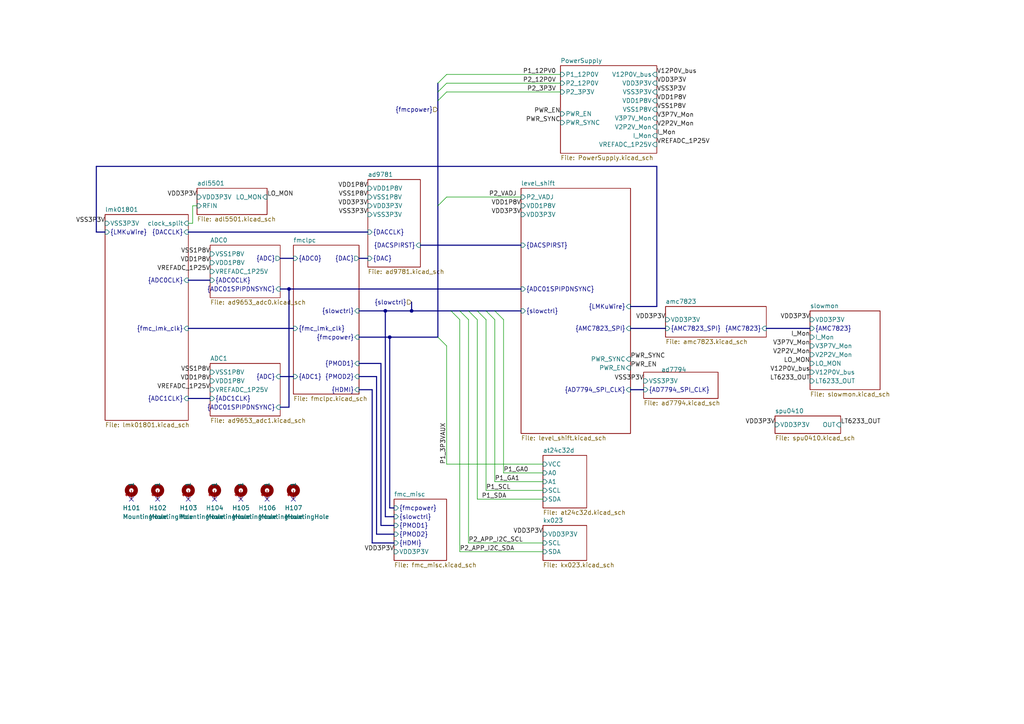
<source format=kicad_sch>
(kicad_sch (version 20231120) (generator "eeschema") (generator_version "8.0")
  (paper "A4")
  (lib_symbols
    (symbol "001_symbol:MountingHole_GH" (pin_names (offset 1.016)) (exclude_from_sim yes) (in_bom no)
      (property "Reference" "H" (at 0 5.08 0))
      (property "Value" "MountingHole_GH" (at 0 3.175 0))
      (symbol "MountingHole_GH_0_1"
        (circle (center 0 0) (radius 1.27) (stroke (width 1.27)))
      )
      (symbol "MountingHole_GH_1_1"
        (pin input line (at 0 -2.54 90) (length 2.54) (name "1") (number "1"))
      )
    )
  )
  (bus_alias "ADC0" (members "ADC0_D0A_N" "ADC0_D0A_P" "ADC0_D0B_N" "ADC0_D0B_P" "ADC0_D0C_N" "ADC0_D0C_P" "ADC0_D0D_N" "ADC0_D0D_P" "ADC0_D1A_N" "ADC0_D1A_P" "ADC0_D1B_N" "ADC0_D1B_P" "ADC0_D1C_N" "ADC0_D1C_P" "ADC0_D1D_N" "ADC0_D1D_P" "ADC0_DCO_N" "ADC0_DCO_P" "ADC0_FCO_N" "ADC0_FCO_P"))
  (bus_alias "ADC01SPIPDNSYNC" (members "ADC0_CSB" "ADC1_CSB" "ADC01_SCLK" "ADC01_SDIO" "ADC01_PDWN" "ADC01_SYNC"))
  (bus_alias "ADC0CLK" (members "ADC0_CLK+" "ADC0_CLK-"))
  (bus_alias "ADC1" (members "ADC1_D0A_N" "ADC1_D0A_P" "ADC1_D0B_N" "ADC1_D0B_P" "ADC1_D0C_N" "ADC1_D0C_P" "ADC1_D0D_N" "ADC1_D0D_P" "ADC1_D1A_N" "ADC1_D1A_P" "ADC1_D1B_N" "ADC1_D1B_P" "ADC1_D1C_N" "ADC1_D1C_P" "ADC1_D1D_N" "ADC1_D1D_P" "ADC1_DCO_N" "ADC1_DCO_P" "ADC1_FCO_N" "ADC1_FCO_P"))
  (bus_alias "ADC1CLK" (members "ADC1_CLK+" "ADC1_CLK-"))
  (bus_alias "AMC7823" (members "CONVERT" "ADC0" "V2P2V_Mon" "V3P7V_Mon" "ADC3" "LT6233_OUT" "LO_MON" "I_Mon" "ADC7" "DAC0" "DAC1" "DAC2" "DAC3" "DAC4" "DAC5" "DAC6" "DAC7" "GPIO0" "GPIO1" "GPIO2" "GPIO3" "GPIO4" "GPIO5" "PRECISION_I_OUTPUT" "EXT_REF_IN"))
  (bus_alias "AMC7823_SPI" (members "SS" "MISO" "MOSI" "SCLK"))
  (bus_alias "DACCLK" (members "DAC_CLKP" "DAC_CLKN"))
  (bus_alias "DACSPIRST" (members "DAC_CSB" "DAC_SCLK" "DAC_SDIO" "DAC_SDO" "DAC_RESET"))
  (junction (at 111.76 90.17))
  (junction (at 83.82 83.82))
  (junction (at 119.38 90.17))
  (junction (at 113.03 97.79))
  (no_connect (at 69.85 144.78))
  (no_connect (at 62.23 144.78))
  (no_connect (at 85.09 144.78))
  (no_connect (at 54.61 144.78))
  (no_connect (at 38.1 144.78))
  (no_connect (at 77.47 144.78))
  (no_connect (at 45.72 144.78))
  (bus_entry (at 135.89 90.17) (size 2.54 2.54))
  (bus_entry (at 127 29.21) (size 2.54 -2.54))
  (bus_entry (at 133.35 90.17) (size 2.54 2.54))
  (bus_entry (at 130.81 90.17) (size 2.54 2.54))
  (bus_entry (at 127 26.67) (size 2.54 -2.54))
  (bus_entry (at 143.51 90.17) (size 2.54 2.54))
  (bus_entry (at 127 97.79) (size 2.54 2.54))
  (bus_entry (at 140.97 90.17) (size 2.54 2.54))
  (bus_entry (at 138.43 90.17) (size 2.54 2.54))
  (bus_entry (at 127 59.69) (size 2.54 -2.54))
  (bus_entry (at 127 24.13) (size 2.54 -2.54))
  (bus (pts (xy 127 97.79) (xy 127 59.69)))
  (bus (pts (xy 130.81 90.17) (xy 133.35 90.17)))
  (bus (pts (xy 113.03 97.79) (xy 127 97.79)))
  (wire (pts (xy 140.97 142.24) (xy 157.48 142.24)))
  (bus (pts (xy 127 26.67) (xy 127 29.21)))
  (bus (pts (xy 83.82 83.82) (xy 151.13 83.82)))
  (bus (pts (xy 119.38 90.17) (xy 130.81 90.17)))
  (wire (pts (xy 140.97 92.71) (xy 140.97 142.24)))
  (bus (pts (xy 143.51 90.17) (xy 151.13 90.17)))
  (bus (pts (xy 81.28 109.22) (xy 85.09 109.22)))
  (bus (pts (xy 54.61 95.25) (xy 85.09 95.25)))
  (wire (pts (xy 138.43 92.71) (xy 138.43 144.78)))
  (bus (pts (xy 133.35 90.17) (xy 135.89 90.17)))
  (bus (pts (xy 190.5 88.9) (xy 190.5 48.26)))
  (wire (pts (xy 133.35 92.71) (xy 133.35 160.02)))
  (bus (pts (xy 104.14 74.93) (xy 106.68 74.93)))
  (bus (pts (xy 127 59.69) (xy 127 29.21)))
  (wire (pts (xy 54.61 64.77) (xy 55.88 64.77)))
  (bus (pts (xy 104.14 109.22) (xy 109.22 109.22)))
  (bus (pts (xy 27.94 67.31) (xy 30.48 67.31)))
  (bus (pts (xy 138.43 90.17) (xy 140.97 90.17)))
  (bus (pts (xy 54.61 115.57) (xy 60.96 115.57)))
  (bus (pts (xy 110.49 105.41) (xy 110.49 152.4)))
  (bus (pts (xy 81.28 74.93) (xy 85.09 74.93)))
  (bus (pts (xy 140.97 90.17) (xy 143.51 90.17)))
  (wire (pts (xy 129.54 26.67) (xy 162.56 26.67)))
  (wire (pts (xy 135.89 92.71) (xy 135.89 157.48)))
  (bus (pts (xy 83.82 118.11) (xy 83.82 83.82)))
  (bus (pts (xy 109.22 154.94) (xy 114.3 154.94)))
  (bus (pts (xy 104.14 90.17) (xy 111.76 90.17)))
  (wire (pts (xy 129.54 134.62) (xy 157.48 134.62)))
  (bus (pts (xy 111.76 90.17) (xy 111.76 149.86)))
  (bus (pts (xy 113.03 147.32) (xy 114.3 147.32)))
  (bus (pts (xy 127 24.13) (xy 127 26.67)))
  (bus (pts (xy 113.03 97.79) (xy 113.03 147.32)))
  (bus (pts (xy 182.88 95.25) (xy 193.04 95.25)))
  (bus (pts (xy 54.61 81.28) (xy 60.96 81.28)))
  (wire (pts (xy 135.89 157.48) (xy 157.48 157.48)))
  (bus (pts (xy 110.49 152.4) (xy 114.3 152.4)))
  (bus (pts (xy 81.28 83.82) (xy 83.82 83.82)))
  (bus (pts (xy 222.25 95.25) (xy 234.95 95.25)))
  (bus (pts (xy 81.28 118.11) (xy 83.82 118.11)))
  (bus (pts (xy 107.95 157.48) (xy 114.3 157.48)))
  (wire (pts (xy 146.05 137.16) (xy 157.48 137.16)))
  (wire (pts (xy 55.88 59.69) (xy 57.15 59.69)))
  (bus (pts (xy 104.14 97.79) (xy 113.03 97.79)))
  (bus (pts (xy 107.95 113.03) (xy 107.95 157.48)))
  (bus (pts (xy 111.76 149.86) (xy 114.3 149.86)))
  (bus (pts (xy 27.94 48.26) (xy 27.94 67.31)))
  (wire (pts (xy 138.43 144.78) (xy 157.48 144.78)))
  (wire (pts (xy 129.54 24.13) (xy 162.56 24.13)))
  (bus (pts (xy 54.61 67.31) (xy 106.68 67.31)))
  (bus (pts (xy 109.22 109.22) (xy 109.22 154.94)))
  (bus (pts (xy 182.88 113.03) (xy 186.69 113.03)))
  (bus (pts (xy 121.92 71.12) (xy 151.13 71.12)))
  (bus (pts (xy 135.89 90.17) (xy 138.43 90.17)))
  (wire (pts (xy 129.54 21.59) (xy 162.56 21.59)))
  (wire (pts (xy 146.05 92.71) (xy 146.05 137.16)))
  (wire (pts (xy 129.54 57.15) (xy 151.13 57.15)))
  (bus (pts (xy 190.5 48.26) (xy 27.94 48.26)))
  (bus (pts (xy 119.38 87.63) (xy 119.38 90.17)))
  (wire (pts (xy 129.54 100.33) (xy 129.54 134.62)))
  (bus (pts (xy 182.88 88.9) (xy 190.5 88.9)))
  (wire (pts (xy 133.35 160.02) (xy 157.48 160.02)))
  (bus (pts (xy 104.14 105.41) (xy 110.49 105.41)))
  (bus (pts (xy 104.14 113.03) (xy 107.95 113.03)))
  (wire (pts (xy 55.88 64.77) (xy 55.88 59.69)))
  (wire (pts (xy 143.51 92.71) (xy 143.51 139.7)))
  (wire (pts (xy 143.51 139.7) (xy 157.48 139.7)))
  (bus (pts (xy 111.76 90.17) (xy 119.38 90.17)))
  (label "P2_VADJ" (at 149.86 57.15 180))
  (label "VDD1P8V" (at 60.96 110.49 180))
  (label "P2_APP_I2C_SDA" (at 133.35 160.02 0))
  (label "V3P7V_Mon" (at 234.95 100.33 180))
  (label "VDD3P3V" (at 57.15 57.15 180))
  (label "P2_APP_I2C_SCL" (at 135.89 157.48 0))
  (label "V2P2V_Mon" (at 190.5 36.83 0))
  (label "VSS1P8V" (at 190.5 31.75 0))
  (label "P2_12P0V" (at 161.29 24.13 180))
  (label "P1_SDA" (at 139.7 144.78 0))
  (label "VSS3P3V" (at 106.68 62.23 180))
  (label "P1_GA0" (at 146.05 137.16 0))
  (label "VSS1P8V" (at 106.68 57.15 180))
  (label "I_Mon" (at 234.95 97.79 180))
  (label "VSS1P8V" (at 60.96 107.95 180))
  (label "VREFADC_1P25V" (at 60.96 78.74 180))
  (label "VSS1P8V" (at 60.96 73.66 180))
  (label "VDD1P8V" (at 60.96 76.2 180))
  (label "VDD3P3V" (at 106.68 59.69 180))
  (label "V12P0V_bus" (at 234.95 107.95 180))
  (label "VDD3P3V" (at 234.95 92.71 180))
  (label "P1_3P3VAUX" (at 129.54 134.62 90))
  (label "VSS3P3V" (at 30.48 64.77 180))
  (label "P1_SCL" (at 140.97 142.24 0))
  (label "VDD1P8V" (at 190.5 29.21 0))
  (label "LT6233_OUT" (at 243.84 123.19 0))
  (label "VDD3P3V" (at 151.13 62.23 180))
  (label "VREFADC_1P25V" (at 190.5 41.91 0))
  (label "VDD1P8V" (at 106.68 54.61 180))
  (label "PWR_EN" (at 182.88 106.68 0))
  (label "LT6233_OUT" (at 234.95 110.49 180))
  (label "V12P0V_bus" (at 190.5 21.59 0))
  (label "I_Mon" (at 190.5 39.37 0))
  (label "P1_12PV0" (at 161.29 21.59 180))
  (label "PWR_EN" (at 162.56 33.02 180))
  (label "VDD3P3V" (at 193.04 92.71 180))
  (label "VDD3P3V" (at 224.79 123.19 180))
  (label "VREFADC_1P25V" (at 60.96 113.03 180))
  (label "LO_MON" (at 234.95 105.41 180))
  (label "PWR_SYNC" (at 162.56 35.56 180))
  (label "VSS3P3V" (at 186.69 110.49 180))
  (label "P2_3P3V" (at 161.29 26.67 180))
  (label "P1_GA1" (at 143.51 139.7 0))
  (label "VDD3P3V" (at 190.5 24.13 0))
  (label "VSS3P3V" (at 190.5 26.67 0))
  (label "V2P2V_Mon" (at 234.95 102.87 180))
  (label "LO_MON" (at 77.47 57.15 0))
  (label "V3P7V_Mon" (at 190.5 34.29 0))
  (label "PWR_SYNC" (at 182.88 104.14 0))
  (label "VDD3P3V" (at 157.48 154.94 180))
  (label "VDD3P3V" (at 114.3 160.02 180))
  (label "VDD1P8V" (at 151.13 59.69 180))
  (hierarchical_label "{fmcpower}" (shape input) (at 127 31.75 180))
  (hierarchical_label "{slowctrl}" (shape input) (at 119.38 87.63 180))
  (symbol (lib_id "001_symbol:MountingHole_GH") (at 45.72 142.24 0) (unit 1) (exclude_from_sim yes) (in_bom no)
    (property "Reference" "H102" (at 43.18 147.32 0) (effects (justify left)))
    (property "Value" "MountingHole" (at 43.18 149.86 0) (effects (justify left)))
    (property "Footprint" "001_download:MountingHole_digitizer" (effects (hide yes)))
    (property "Description" "Mounting Hole without connection" (effects (hide yes)))
  )
  (symbol (lib_id "001_symbol:MountingHole_GH") (at 38.1 142.24 0) (unit 1) (exclude_from_sim yes) (in_bom no)
    (property "Reference" "H101" (at 35.56 147.32 0) (effects (justify left)))
    (property "Value" "MountingHole" (at 35.56 149.86 0) (effects (justify left)))
    (property "Footprint" "001_download:MountingHole_digitizer" (effects (hide yes)))
    (property "Description" "Mounting Hole without connection" (effects (hide yes)))
  )
  (symbol (lib_id "001_symbol:MountingHole_GH") (at 85.09 142.24 0) (unit 1) (exclude_from_sim yes) (in_bom no)
    (property "Reference" "H107" (at 82.55 147.32 0) (effects (justify left)))
    (property "Value" "MountingHole" (at 82.55 149.86 0) (effects (justify left)))
    (property "Footprint" "001_download:MountingHole_digitizer" (effects (hide yes)))
    (property "Description" "Mounting Hole without connection" (effects (hide yes)))
  )
  (symbol (lib_id "001_symbol:MountingHole_GH") (at 69.85 142.24 0) (unit 1) (exclude_from_sim yes) (in_bom no)
    (property "Reference" "H105" (at 67.31 147.32 0) (effects (justify left)))
    (property "Value" "MountingHole" (at 67.31 149.86 0) (effects (justify left)))
    (property "Footprint" "001_download:MountingHole_digitizer" (effects (hide yes)))
    (property "Description" "Mounting Hole without connection" (effects (hide yes)))
  )
  (symbol (lib_id "001_symbol:MountingHole_GH") (at 77.47 142.24 0) (unit 1) (exclude_from_sim yes) (in_bom no)
    (property "Reference" "H106" (at 74.93 147.32 0) (effects (justify left)))
    (property "Value" "MountingHole" (at 74.93 149.86 0) (effects (justify left)))
    (property "Footprint" "001_download:MountingHole_digitizer" (effects (hide yes)))
    (property "Description" "Mounting Hole without connection" (effects (hide yes)))
  )
  (symbol (lib_id "001_symbol:MountingHole_GH") (at 54.61 142.24 0) (unit 1) (exclude_from_sim yes) (in_bom no)
    (property "Reference" "H103" (at 52.07 147.32 0) (effects (justify left)))
    (property "Value" "MountingHole" (at 52.07 149.86 0) (effects (justify left)))
    (property "Footprint" "001_download:MountingHole_digitizer" (effects (hide yes)))
    (property "Description" "Mounting Hole without connection" (effects (hide yes)))
  )
  (symbol (lib_id "001_symbol:MountingHole_GH") (at 62.23 142.24 0) (unit 1) (exclude_from_sim yes) (in_bom no)
    (property "Reference" "H104" (at 59.69 147.32 0) (effects (justify left)))
    (property "Value" "MountingHole" (at 59.69 149.86 0) (effects (justify left)))
    (property "Footprint" "001_download:MountingHole_digitizer" (effects (hide yes)))
    (property "Description" "Mounting Hole without connection" (effects (hide yes)))
  )
  (sheet (at 60.96 71.12) (size 20.32 15.24) (stroke (width 0.1524))
    (property "Sheetname" "ADC0" (at 60.96 70.4084 0) (effects (justify left bottom)))
    (property "Sheetfile" "ad9653_adc0.kicad_sch" (at 60.96 86.9446 0) (effects (justify left top)))
    (pin "{ADC}" output (at 81.28 74.93 0))
    (pin "VSS1P8V" input (at 60.96 73.66 180))
    (pin "VDD1P8V" input (at 60.96 76.2 180))
    (pin "{ADC0CLK}" input (at 60.96 81.28 180))
    (pin "VREFADC_1P25V" input (at 60.96 78.74 180))
    (pin "{ADC01SPIPDNSYNC}" input (at 81.28 83.82 0))
  )
  (sheet (at 60.96 105.41) (size 20.32 15.24) (stroke (width 0.1524))
    (property "Sheetname" "ADC1" (at 60.96 104.6984 0) (effects (justify left bottom)))
    (property "Sheetfile" "ad9653_adc1.kicad_sch" (at 60.96 121.2346 0) (effects (justify left top)))
    (pin "{ADC}" input (at 81.28 109.22 0))
    (pin "VSS1P8V" input (at 60.96 107.95 180))
    (pin "VDD1P8V" input (at 60.96 110.49 180))
    (pin "{ADC1CLK}" input (at 60.96 115.57 180))
    (pin "VREFADC_1P25V" input (at 60.96 113.03 180))
    (pin "{ADC01SPIPDNSYNC}" input (at 81.28 118.11 0))
  )
  (sheet (at 162.56 19.05) (size 27.94 25.4) (stroke (width 0.1524))
    (property "Sheetname" "PowerSupply" (at 162.56 18.3384 0) (effects (justify left bottom)))
    (property "Sheetfile" "PowerSupply.kicad_sch" (at 162.56 45.0346 0) (effects (justify left top)))
    (pin "V12P0V_bus" input (at 190.5 21.59 0))
    (pin "P2_12P0V" input (at 162.56 24.13 180))
    (pin "P2_3P3V" input (at 162.56 26.67 180))
    (pin "P1_12P0V" input (at 162.56 21.59 180))
    (pin "VDD3P3V" input (at 190.5 24.13 0))
    (pin "V2P2V_Mon" input (at 190.5 36.83 0))
    (pin "I_Mon" input (at 190.5 39.37 0))
    (pin "PWR_EN" input (at 162.56 33.02 180))
    (pin "PWR_SYNC" input (at 162.56 35.56 180))
    (pin "VSS1P8V" input (at 190.5 31.75 0))
    (pin "V3P7V_Mon" input (at 190.5 34.29 0))
    (pin "VSS3P3V" input (at 190.5 26.67 0))
    (pin "VDD1P8V" input (at 190.5 29.21 0))
    (pin "VREFADC_1P25V" input (at 190.5 41.91 0))
  )
  (sheet (at 186.69 107.95) (size 21.59 7.62) (stroke (width 0.1524))
    (property "Sheetname" "ad7794" (at 191.77 107.95 0) (effects (justify left bottom)))
    (property "Sheetfile" "ad7794.kicad_sch" (at 186.69 116.1546 0) (effects (justify left top)))
    (pin "VSS3P3V" input (at 186.69 110.49 180))
    (pin "{AD7794_SPI_CLK}" input (at 186.69 113.03 180))
  )
  (sheet (at 106.68 52.07) (size 15.24 25.4) (stroke (width 0.1524))
    (property "Sheetname" "ad9781" (at 106.68 51.3584 0) (effects (justify left bottom)))
    (property "Sheetfile" "ad9781.kicad_sch" (at 106.68 78.0546 0) (effects (justify left top)))
    (pin "{DAC}" input (at 106.68 74.93 180))
    (pin "VDD1P8V" input (at 106.68 54.61 180))
    (pin "VDD3P3V" input (at 106.68 59.69 180))
    (pin "VSS1P8V" input (at 106.68 57.15 180))
    (pin "VSS3P3V" input (at 106.68 62.23 180))
    (pin "{DACCLK}" input (at 106.68 67.31 180))
    (pin "{DACSPIRST}" input (at 121.92 71.12 0))
  )
  (sheet (at 57.15 54.61) (size 20.32 7.62) (stroke (width 0.1524))
    (property "Sheetname" "adl5501" (at 57.15 53.8984 0) (effects (justify left bottom)))
    (property "Sheetfile" "adl5501.kicad_sch" (at 57.15 62.8146 0) (effects (justify left top)))
    (pin "RFIN" input (at 57.15 59.69 180))
    (pin "VDD3P3V" input (at 57.15 57.15 180))
    (pin "LO_MON" input (at 77.47 57.15 0))
  )
  (sheet (at 193.04 88.9) (size 29.21 8.89) (stroke (width 0.1524))
    (property "Sheetname" "amc7823" (at 193.04 88.1884 0) (effects (justify left bottom)))
    (property "Sheetfile" "amc7823.kicad_sch" (at 193.04 98.3746 0) (effects (justify left top)))
    (pin "VDD3P3V" input (at 193.04 92.71 180))
    (pin "{AMC7823_SPI}" input (at 193.04 95.25 180))
    (pin "{AMC7823}" input (at 222.25 95.25 0))
  )
  (sheet (at 157.48 132.08) (size 12.7 15.24) (stroke (width 0.1524))
    (property "Sheetname" "at24c32d" (at 157.48 131.3684 0) (effects (justify left bottom)))
    (property "Sheetfile" "at24c32d.kicad_sch" (at 157.48 147.9046 0) (effects (justify left top)))
    (pin "SCL" input (at 157.48 142.24 180))
    (pin "SDA" input (at 157.48 144.78 180))
    (pin "A0" input (at 157.48 137.16 180))
    (pin "A1" input (at 157.48 139.7 180))
    (pin "VCC" input (at 157.48 134.62 180))
  )
  (sheet (at 114.3 144.78) (size 15.24 17.78) (stroke (width 0.1524))
    (property "Sheetname" "fmc_misc" (at 114.3 144.0684 0) (effects (justify left bottom)))
    (property "Sheetfile" "fmc_misc.kicad_sch" (at 114.3 163.1446 0) (effects (justify left top)))
    (pin "{slowctrl}" input (at 114.3 149.86 180))
    (pin "{fmcpower}" input (at 114.3 147.32 180))
    (pin "{PMOD1}" input (at 114.3 152.4 180))
    (pin "{HDMI}" input (at 114.3 157.48 180))
    (pin "{PMOD2}" input (at 114.3 154.94 180))
    (pin "VDD3P3V" input (at 114.3 160.02 180))
  )
  (sheet (at 85.09 71.12) (size 19.05 43.18) (stroke (width 0.1524))
    (property "Sheetname" "fmclpc" (at 85.09 70.4084 0) (effects (justify left bottom)))
    (property "Sheetfile" "fmclpc.kicad_sch" (at 85.09 114.8846 0) (effects (justify left top)))
    (pin "{slowctrl}" input (at 104.14 90.17 0))
    (pin "{PMOD2}" input (at 104.14 109.22 0))
    (pin "{fmcpower}" input (at 104.14 97.79 0))
    (pin "{DAC}" output (at 104.14 74.93 0))
    (pin "{HDMI}" input (at 104.14 113.03 0))
    (pin "{fmc_lmk_clk}" input (at 85.09 95.25 180))
    (pin "{ADC1}" input (at 85.09 109.22 180))
    (pin "{ADC0}" input (at 85.09 74.93 180))
    (pin "{PMOD1}" input (at 104.14 105.41 0))
  )
  (sheet (at 157.48 152.4) (size 12.7 10.16) (stroke (width 0.1524))
    (property "Sheetname" "kx023" (at 157.48 151.6884 0) (effects (justify left bottom)))
    (property "Sheetfile" "kx023.kicad_sch" (at 157.48 163.1446 0) (effects (justify left top)))
    (pin "VDD3P3V" input (at 157.48 154.94 180))
    (pin "SCL" input (at 157.48 157.48 180))
    (pin "SDA" input (at 157.48 160.02 180))
  )
  (sheet (at 151.13 54.61) (size 31.75 71.12) (stroke (width 0.1524))
    (property "Sheetname" "level_shift" (at 151.13 53.8984 0) (effects (justify left bottom)))
    (property "Sheetfile" "level_shift.kicad_sch" (at 151.13 126.3146 0) (effects (justify left top)))
    (pin "{slowctrl}" input (at 151.13 90.17 180))
    (pin "P2_VADJ" input (at 151.13 57.15 180))
    (pin "VDD1P8V" input (at 151.13 59.69 180))
    (pin "{DACSPIRST}" input (at 151.13 71.12 180))
    (pin "{AMC7823_SPI}" input (at 182.88 95.25 0))
    (pin "{AD7794_SPI_CLK}" input (at 182.88 113.03 0))
    (pin "PWR_SYNC" input (at 182.88 104.14 0))
    (pin "PWR_EN" input (at 182.88 106.68 0))
    (pin "{LMKuWire}" input (at 182.88 88.9 0))
    (pin "VDD3P3V" input (at 151.13 62.23 180))
    (pin "{ADC01SPIPDNSYNC}" input (at 151.13 83.82 180))
  )
  (sheet (at 30.48 62.23) (size 24.13 59.69) (stroke (width 0.1524))
    (property "Sheetname" "lmk01801" (at 30.48 61.5184 0) (effects (justify left bottom)))
    (property "Sheetfile" "lmk01801.kicad_sch" (at 30.48 122.5046 0) (effects (justify left top)))
    (pin "VSS3P3V" input (at 30.48 64.77 180))
    (pin "clock_split" input (at 54.61 64.77 0))
    (pin "{DACCLK}" input (at 54.61 67.31 0))
    (pin "{LMKuWire}" input (at 30.48 67.31 180))
    (pin "{ADC0CLK}" input (at 54.61 81.28 0))
    (pin "{fmc_lmk_clk}" input (at 54.61 95.25 0))
    (pin "{ADC1CLK}" input (at 54.61 115.57 0))
  )
  (sheet (at 234.95 90.17) (size 20.32 22.86) (stroke (width 0.1524))
    (property "Sheetname" "slowmon" (at 234.95 89.4584 0) (effects (justify left bottom)))
    (property "Sheetfile" "slowmon.kicad_sch" (at 234.95 113.6146 0) (effects (justify left top)))
    (pin "VDD3P3V" input (at 234.95 92.71 180))
    (pin "I_Mon" input (at 234.95 97.79 180))
    (pin "V3P7V_Mon" input (at 234.95 100.33 180))
    (pin "V2P2V_Mon" input (at 234.95 102.87 180))
    (pin "LO_MON" input (at 234.95 105.41 180))
    (pin "V12P0V_bus" input (at 234.95 107.95 180))
    (pin "LT6233_OUT" input (at 234.95 110.49 180))
    (pin "{AMC7823}" input (at 234.95 95.25 180))
  )
  (sheet (at 224.79 120.65) (size 19.05 5.08) (stroke (width 0.1524))
    (property "Sheetname" "spu0410" (at 224.79 119.9384 0) (effects (justify left bottom)))
    (property "Sheetfile" "spu0410.kicad_sch" (at 224.79 126.3146 0) (effects (justify left top)))
    (pin "VDD3P3V" input (at 224.79 123.19 180))
    (pin "OUT" input (at 243.84 123.19 0))
  )
)
</source>
